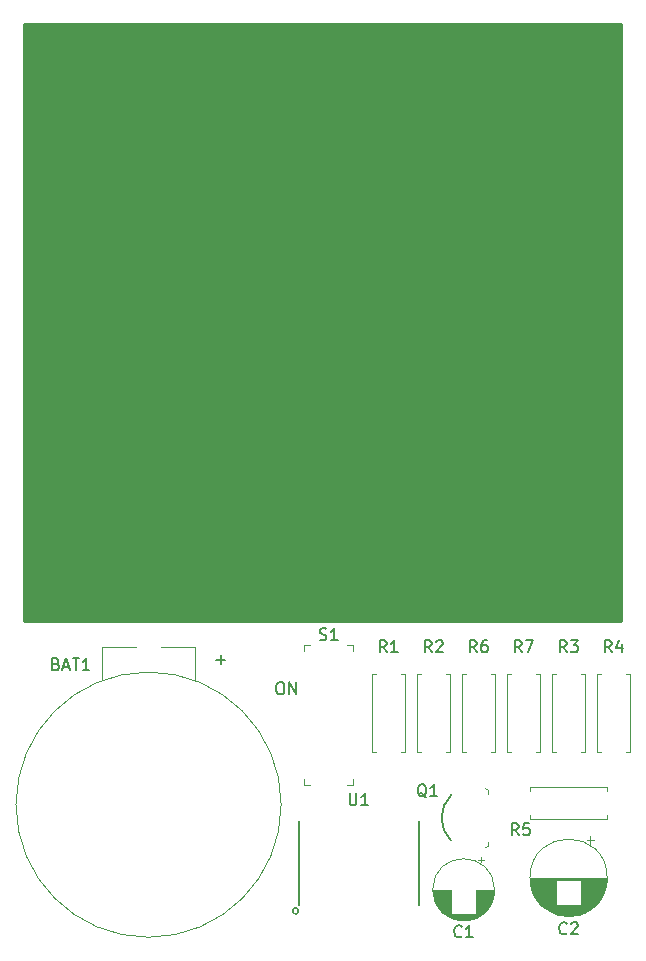
<source format=gto>
%TF.GenerationSoftware,KiCad,Pcbnew,(5.1.10)-1*%
%TF.CreationDate,2021-09-09T13:48:16-04:00*%
%TF.ProjectId,555_Badge,3535355f-4261-4646-9765-2e6b69636164,v01*%
%TF.SameCoordinates,Original*%
%TF.FileFunction,Legend,Top*%
%TF.FilePolarity,Positive*%
%FSLAX46Y46*%
G04 Gerber Fmt 4.6, Leading zero omitted, Abs format (unit mm)*
G04 Created by KiCad (PCBNEW (5.1.10)-1) date 2021-09-09 13:48:16*
%MOMM*%
%LPD*%
G01*
G04 APERTURE LIST*
%ADD10C,0.150000*%
%ADD11C,0.152400*%
%ADD12C,0.203200*%
%ADD13C,0.100000*%
%ADD14C,0.120000*%
%ADD15C,0.254000*%
G04 APERTURE END LIST*
D10*
X150256952Y-104100380D02*
X150447428Y-104100380D01*
X150542666Y-104148000D01*
X150637904Y-104243238D01*
X150685523Y-104433714D01*
X150685523Y-104767047D01*
X150637904Y-104957523D01*
X150542666Y-105052761D01*
X150447428Y-105100380D01*
X150256952Y-105100380D01*
X150161714Y-105052761D01*
X150066476Y-104957523D01*
X150018857Y-104767047D01*
X150018857Y-104433714D01*
X150066476Y-104243238D01*
X150161714Y-104148000D01*
X150256952Y-104100380D01*
X151114095Y-105100380D02*
X151114095Y-104100380D01*
X151685523Y-105100380D01*
X151685523Y-104100380D01*
D11*
X144900952Y-102180571D02*
X145675047Y-102180571D01*
X145288000Y-102567619D02*
X145288000Y-101793523D01*
D12*
%TO.C,U1*%
X151892000Y-123444000D02*
G75*
G03*
X151892000Y-123444000I-254000J0D01*
G01*
X162052000Y-122936000D02*
X162052000Y-115824000D01*
X151892000Y-122936000D02*
X151892000Y-115824000D01*
D13*
%TO.C,BAT1*%
X150418800Y-114452400D02*
G75*
G03*
X150418800Y-114452400I-11226800J0D01*
G01*
X135280400Y-103886000D02*
X135280400Y-101142800D01*
X143103600Y-103886000D02*
X143103600Y-101142800D01*
X135280400Y-101142800D02*
X138125200Y-101142800D01*
X143103600Y-101142800D02*
X140258800Y-101142800D01*
D14*
%TO.C,C1*%
X167587000Y-119095225D02*
X167087000Y-119095225D01*
X167337000Y-118845225D02*
X167337000Y-119345225D01*
X166146000Y-124251000D02*
X165578000Y-124251000D01*
X166380000Y-124211000D02*
X165344000Y-124211000D01*
X166539000Y-124171000D02*
X165185000Y-124171000D01*
X166667000Y-124131000D02*
X165057000Y-124131000D01*
X166777000Y-124091000D02*
X164947000Y-124091000D01*
X166873000Y-124051000D02*
X164851000Y-124051000D01*
X166960000Y-124011000D02*
X164764000Y-124011000D01*
X167040000Y-123971000D02*
X164684000Y-123971000D01*
X167113000Y-123931000D02*
X164611000Y-123931000D01*
X167181000Y-123891000D02*
X164543000Y-123891000D01*
X167245000Y-123851000D02*
X164479000Y-123851000D01*
X167305000Y-123811000D02*
X164419000Y-123811000D01*
X167362000Y-123771000D02*
X164362000Y-123771000D01*
X167416000Y-123731000D02*
X164308000Y-123731000D01*
X167467000Y-123691000D02*
X164257000Y-123691000D01*
X164822000Y-123651000D02*
X164209000Y-123651000D01*
X167515000Y-123651000D02*
X166902000Y-123651000D01*
X164822000Y-123611000D02*
X164163000Y-123611000D01*
X167561000Y-123611000D02*
X166902000Y-123611000D01*
X164822000Y-123571000D02*
X164119000Y-123571000D01*
X167605000Y-123571000D02*
X166902000Y-123571000D01*
X164822000Y-123531000D02*
X164077000Y-123531000D01*
X167647000Y-123531000D02*
X166902000Y-123531000D01*
X164822000Y-123491000D02*
X164036000Y-123491000D01*
X167688000Y-123491000D02*
X166902000Y-123491000D01*
X164822000Y-123451000D02*
X163998000Y-123451000D01*
X167726000Y-123451000D02*
X166902000Y-123451000D01*
X164822000Y-123411000D02*
X163961000Y-123411000D01*
X167763000Y-123411000D02*
X166902000Y-123411000D01*
X164822000Y-123371000D02*
X163925000Y-123371000D01*
X167799000Y-123371000D02*
X166902000Y-123371000D01*
X164822000Y-123331000D02*
X163891000Y-123331000D01*
X167833000Y-123331000D02*
X166902000Y-123331000D01*
X164822000Y-123291000D02*
X163858000Y-123291000D01*
X167866000Y-123291000D02*
X166902000Y-123291000D01*
X164822000Y-123251000D02*
X163827000Y-123251000D01*
X167897000Y-123251000D02*
X166902000Y-123251000D01*
X164822000Y-123211000D02*
X163797000Y-123211000D01*
X167927000Y-123211000D02*
X166902000Y-123211000D01*
X164822000Y-123171000D02*
X163767000Y-123171000D01*
X167957000Y-123171000D02*
X166902000Y-123171000D01*
X164822000Y-123131000D02*
X163740000Y-123131000D01*
X167984000Y-123131000D02*
X166902000Y-123131000D01*
X164822000Y-123091000D02*
X163713000Y-123091000D01*
X168011000Y-123091000D02*
X166902000Y-123091000D01*
X164822000Y-123051000D02*
X163687000Y-123051000D01*
X168037000Y-123051000D02*
X166902000Y-123051000D01*
X164822000Y-123011000D02*
X163662000Y-123011000D01*
X168062000Y-123011000D02*
X166902000Y-123011000D01*
X164822000Y-122971000D02*
X163638000Y-122971000D01*
X168086000Y-122971000D02*
X166902000Y-122971000D01*
X164822000Y-122931000D02*
X163615000Y-122931000D01*
X168109000Y-122931000D02*
X166902000Y-122931000D01*
X164822000Y-122891000D02*
X163594000Y-122891000D01*
X168130000Y-122891000D02*
X166902000Y-122891000D01*
X164822000Y-122851000D02*
X163572000Y-122851000D01*
X168152000Y-122851000D02*
X166902000Y-122851000D01*
X164822000Y-122811000D02*
X163552000Y-122811000D01*
X168172000Y-122811000D02*
X166902000Y-122811000D01*
X164822000Y-122771000D02*
X163533000Y-122771000D01*
X168191000Y-122771000D02*
X166902000Y-122771000D01*
X164822000Y-122731000D02*
X163514000Y-122731000D01*
X168210000Y-122731000D02*
X166902000Y-122731000D01*
X164822000Y-122691000D02*
X163497000Y-122691000D01*
X168227000Y-122691000D02*
X166902000Y-122691000D01*
X164822000Y-122651000D02*
X163480000Y-122651000D01*
X168244000Y-122651000D02*
X166902000Y-122651000D01*
X164822000Y-122611000D02*
X163464000Y-122611000D01*
X168260000Y-122611000D02*
X166902000Y-122611000D01*
X164822000Y-122571000D02*
X163448000Y-122571000D01*
X168276000Y-122571000D02*
X166902000Y-122571000D01*
X164822000Y-122531000D02*
X163434000Y-122531000D01*
X168290000Y-122531000D02*
X166902000Y-122531000D01*
X164822000Y-122491000D02*
X163420000Y-122491000D01*
X168304000Y-122491000D02*
X166902000Y-122491000D01*
X164822000Y-122451000D02*
X163407000Y-122451000D01*
X168317000Y-122451000D02*
X166902000Y-122451000D01*
X164822000Y-122411000D02*
X163394000Y-122411000D01*
X168330000Y-122411000D02*
X166902000Y-122411000D01*
X164822000Y-122371000D02*
X163382000Y-122371000D01*
X168342000Y-122371000D02*
X166902000Y-122371000D01*
X164822000Y-122330000D02*
X163371000Y-122330000D01*
X168353000Y-122330000D02*
X166902000Y-122330000D01*
X164822000Y-122290000D02*
X163361000Y-122290000D01*
X168363000Y-122290000D02*
X166902000Y-122290000D01*
X164822000Y-122250000D02*
X163351000Y-122250000D01*
X168373000Y-122250000D02*
X166902000Y-122250000D01*
X164822000Y-122210000D02*
X163342000Y-122210000D01*
X168382000Y-122210000D02*
X166902000Y-122210000D01*
X164822000Y-122170000D02*
X163334000Y-122170000D01*
X168390000Y-122170000D02*
X166902000Y-122170000D01*
X164822000Y-122130000D02*
X163326000Y-122130000D01*
X168398000Y-122130000D02*
X166902000Y-122130000D01*
X164822000Y-122090000D02*
X163319000Y-122090000D01*
X168405000Y-122090000D02*
X166902000Y-122090000D01*
X164822000Y-122050000D02*
X163312000Y-122050000D01*
X168412000Y-122050000D02*
X166902000Y-122050000D01*
X164822000Y-122010000D02*
X163306000Y-122010000D01*
X168418000Y-122010000D02*
X166902000Y-122010000D01*
X164822000Y-121970000D02*
X163301000Y-121970000D01*
X168423000Y-121970000D02*
X166902000Y-121970000D01*
X164822000Y-121930000D02*
X163297000Y-121930000D01*
X168427000Y-121930000D02*
X166902000Y-121930000D01*
X164822000Y-121890000D02*
X163293000Y-121890000D01*
X168431000Y-121890000D02*
X166902000Y-121890000D01*
X164822000Y-121850000D02*
X163289000Y-121850000D01*
X168435000Y-121850000D02*
X166902000Y-121850000D01*
X164822000Y-121810000D02*
X163286000Y-121810000D01*
X168438000Y-121810000D02*
X166902000Y-121810000D01*
X164822000Y-121770000D02*
X163284000Y-121770000D01*
X168440000Y-121770000D02*
X166902000Y-121770000D01*
X164822000Y-121730000D02*
X163283000Y-121730000D01*
X168441000Y-121730000D02*
X166902000Y-121730000D01*
X168442000Y-121690000D02*
X166902000Y-121690000D01*
X164822000Y-121690000D02*
X163282000Y-121690000D01*
X168442000Y-121650000D02*
X166902000Y-121650000D01*
X164822000Y-121650000D02*
X163282000Y-121650000D01*
X168482000Y-121650000D02*
G75*
G03*
X168482000Y-121650000I-2620000J0D01*
G01*
%TO.C,C2*%
X176906000Y-117444759D02*
X176276000Y-117444759D01*
X176591000Y-117129759D02*
X176591000Y-117759759D01*
X175154000Y-123871000D02*
X174350000Y-123871000D01*
X175385000Y-123831000D02*
X174119000Y-123831000D01*
X175554000Y-123791000D02*
X173950000Y-123791000D01*
X175692000Y-123751000D02*
X173812000Y-123751000D01*
X175811000Y-123711000D02*
X173693000Y-123711000D01*
X175917000Y-123671000D02*
X173587000Y-123671000D01*
X176014000Y-123631000D02*
X173490000Y-123631000D01*
X176102000Y-123591000D02*
X173402000Y-123591000D01*
X176184000Y-123551000D02*
X173320000Y-123551000D01*
X176261000Y-123511000D02*
X173243000Y-123511000D01*
X176333000Y-123471000D02*
X173171000Y-123471000D01*
X176402000Y-123431000D02*
X173102000Y-123431000D01*
X176466000Y-123391000D02*
X173038000Y-123391000D01*
X176528000Y-123351000D02*
X172976000Y-123351000D01*
X176586000Y-123311000D02*
X172918000Y-123311000D01*
X176642000Y-123271000D02*
X172862000Y-123271000D01*
X176696000Y-123231000D02*
X172808000Y-123231000D01*
X176747000Y-123191000D02*
X172757000Y-123191000D01*
X176796000Y-123151000D02*
X172708000Y-123151000D01*
X176844000Y-123111000D02*
X172660000Y-123111000D01*
X176889000Y-123071000D02*
X172615000Y-123071000D01*
X176934000Y-123031000D02*
X172570000Y-123031000D01*
X176976000Y-122991000D02*
X172528000Y-122991000D01*
X177017000Y-122951000D02*
X172487000Y-122951000D01*
X173712000Y-122911000D02*
X172447000Y-122911000D01*
X177057000Y-122911000D02*
X175792000Y-122911000D01*
X173712000Y-122871000D02*
X172409000Y-122871000D01*
X177095000Y-122871000D02*
X175792000Y-122871000D01*
X173712000Y-122831000D02*
X172372000Y-122831000D01*
X177132000Y-122831000D02*
X175792000Y-122831000D01*
X173712000Y-122791000D02*
X172336000Y-122791000D01*
X177168000Y-122791000D02*
X175792000Y-122791000D01*
X173712000Y-122751000D02*
X172302000Y-122751000D01*
X177202000Y-122751000D02*
X175792000Y-122751000D01*
X173712000Y-122711000D02*
X172268000Y-122711000D01*
X177236000Y-122711000D02*
X175792000Y-122711000D01*
X173712000Y-122671000D02*
X172236000Y-122671000D01*
X177268000Y-122671000D02*
X175792000Y-122671000D01*
X173712000Y-122631000D02*
X172204000Y-122631000D01*
X177300000Y-122631000D02*
X175792000Y-122631000D01*
X173712000Y-122591000D02*
X172174000Y-122591000D01*
X177330000Y-122591000D02*
X175792000Y-122591000D01*
X173712000Y-122551000D02*
X172145000Y-122551000D01*
X177359000Y-122551000D02*
X175792000Y-122551000D01*
X173712000Y-122511000D02*
X172116000Y-122511000D01*
X177388000Y-122511000D02*
X175792000Y-122511000D01*
X173712000Y-122471000D02*
X172088000Y-122471000D01*
X177416000Y-122471000D02*
X175792000Y-122471000D01*
X173712000Y-122431000D02*
X172062000Y-122431000D01*
X177442000Y-122431000D02*
X175792000Y-122431000D01*
X173712000Y-122391000D02*
X172036000Y-122391000D01*
X177468000Y-122391000D02*
X175792000Y-122391000D01*
X173712000Y-122351000D02*
X172010000Y-122351000D01*
X177494000Y-122351000D02*
X175792000Y-122351000D01*
X173712000Y-122311000D02*
X171986000Y-122311000D01*
X177518000Y-122311000D02*
X175792000Y-122311000D01*
X173712000Y-122271000D02*
X171962000Y-122271000D01*
X177542000Y-122271000D02*
X175792000Y-122271000D01*
X173712000Y-122231000D02*
X171940000Y-122231000D01*
X177564000Y-122231000D02*
X175792000Y-122231000D01*
X173712000Y-122191000D02*
X171918000Y-122191000D01*
X177586000Y-122191000D02*
X175792000Y-122191000D01*
X173712000Y-122151000D02*
X171896000Y-122151000D01*
X177608000Y-122151000D02*
X175792000Y-122151000D01*
X173712000Y-122111000D02*
X171876000Y-122111000D01*
X177628000Y-122111000D02*
X175792000Y-122111000D01*
X173712000Y-122071000D02*
X171856000Y-122071000D01*
X177648000Y-122071000D02*
X175792000Y-122071000D01*
X173712000Y-122031000D02*
X171836000Y-122031000D01*
X177668000Y-122031000D02*
X175792000Y-122031000D01*
X173712000Y-121991000D02*
X171818000Y-121991000D01*
X177686000Y-121991000D02*
X175792000Y-121991000D01*
X173712000Y-121951000D02*
X171800000Y-121951000D01*
X177704000Y-121951000D02*
X175792000Y-121951000D01*
X173712000Y-121911000D02*
X171782000Y-121911000D01*
X177722000Y-121911000D02*
X175792000Y-121911000D01*
X173712000Y-121871000D02*
X171766000Y-121871000D01*
X177738000Y-121871000D02*
X175792000Y-121871000D01*
X173712000Y-121831000D02*
X171750000Y-121831000D01*
X177754000Y-121831000D02*
X175792000Y-121831000D01*
X173712000Y-121791000D02*
X171734000Y-121791000D01*
X177770000Y-121791000D02*
X175792000Y-121791000D01*
X173712000Y-121751000D02*
X171719000Y-121751000D01*
X177785000Y-121751000D02*
X175792000Y-121751000D01*
X173712000Y-121711000D02*
X171705000Y-121711000D01*
X177799000Y-121711000D02*
X175792000Y-121711000D01*
X173712000Y-121671000D02*
X171691000Y-121671000D01*
X177813000Y-121671000D02*
X175792000Y-121671000D01*
X173712000Y-121631000D02*
X171678000Y-121631000D01*
X177826000Y-121631000D02*
X175792000Y-121631000D01*
X173712000Y-121591000D02*
X171666000Y-121591000D01*
X177838000Y-121591000D02*
X175792000Y-121591000D01*
X173712000Y-121551000D02*
X171654000Y-121551000D01*
X177850000Y-121551000D02*
X175792000Y-121551000D01*
X173712000Y-121511000D02*
X171642000Y-121511000D01*
X177862000Y-121511000D02*
X175792000Y-121511000D01*
X173712000Y-121471000D02*
X171631000Y-121471000D01*
X177873000Y-121471000D02*
X175792000Y-121471000D01*
X173712000Y-121431000D02*
X171621000Y-121431000D01*
X177883000Y-121431000D02*
X175792000Y-121431000D01*
X173712000Y-121391000D02*
X171611000Y-121391000D01*
X177893000Y-121391000D02*
X175792000Y-121391000D01*
X173712000Y-121351000D02*
X171602000Y-121351000D01*
X177902000Y-121351000D02*
X175792000Y-121351000D01*
X173712000Y-121310000D02*
X171593000Y-121310000D01*
X177911000Y-121310000D02*
X175792000Y-121310000D01*
X173712000Y-121270000D02*
X171585000Y-121270000D01*
X177919000Y-121270000D02*
X175792000Y-121270000D01*
X173712000Y-121230000D02*
X171577000Y-121230000D01*
X177927000Y-121230000D02*
X175792000Y-121230000D01*
X173712000Y-121190000D02*
X171570000Y-121190000D01*
X177934000Y-121190000D02*
X175792000Y-121190000D01*
X173712000Y-121150000D02*
X171563000Y-121150000D01*
X177941000Y-121150000D02*
X175792000Y-121150000D01*
X173712000Y-121110000D02*
X171557000Y-121110000D01*
X177947000Y-121110000D02*
X175792000Y-121110000D01*
X173712000Y-121070000D02*
X171551000Y-121070000D01*
X177953000Y-121070000D02*
X175792000Y-121070000D01*
X173712000Y-121030000D02*
X171546000Y-121030000D01*
X177958000Y-121030000D02*
X175792000Y-121030000D01*
X173712000Y-120990000D02*
X171541000Y-120990000D01*
X177963000Y-120990000D02*
X175792000Y-120990000D01*
X173712000Y-120950000D02*
X171537000Y-120950000D01*
X177967000Y-120950000D02*
X175792000Y-120950000D01*
X173712000Y-120910000D02*
X171534000Y-120910000D01*
X177970000Y-120910000D02*
X175792000Y-120910000D01*
X173712000Y-120870000D02*
X171530000Y-120870000D01*
X177974000Y-120870000D02*
X175792000Y-120870000D01*
X177976000Y-120830000D02*
X171528000Y-120830000D01*
X177979000Y-120790000D02*
X171525000Y-120790000D01*
X177980000Y-120750000D02*
X171524000Y-120750000D01*
X177982000Y-120710000D02*
X171522000Y-120710000D01*
X177982000Y-120670000D02*
X171522000Y-120670000D01*
X177982000Y-120630000D02*
X171522000Y-120630000D01*
X178022000Y-120630000D02*
G75*
G03*
X178022000Y-120630000I-3270000J0D01*
G01*
%TO.C,D1*%
X148654000Y-75220000D02*
X148810000Y-75220000D01*
X146338000Y-75220000D02*
X146494000Y-75220000D01*
X146495392Y-71987665D02*
G75*
G03*
X146338484Y-75220000I1078608J-1672335D01*
G01*
X148652608Y-71987665D02*
G75*
G02*
X148809516Y-75220000I-1078608J-1672335D01*
G01*
X146494163Y-72618870D02*
G75*
G03*
X146494000Y-74700961I1079837J-1041130D01*
G01*
X148653837Y-72618870D02*
G75*
G02*
X148654000Y-74700961I-1079837J-1041130D01*
G01*
%TO.C,D2*%
X159038000Y-75220000D02*
X159194000Y-75220000D01*
X161354000Y-75220000D02*
X161510000Y-75220000D01*
X161353837Y-72618870D02*
G75*
G02*
X161354000Y-74700961I-1079837J-1041130D01*
G01*
X159194163Y-72618870D02*
G75*
G03*
X159194000Y-74700961I1079837J-1041130D01*
G01*
X161352608Y-71987665D02*
G75*
G02*
X161509516Y-75220000I-1078608J-1672335D01*
G01*
X159195392Y-71987665D02*
G75*
G03*
X159038484Y-75220000I1078608J-1672335D01*
G01*
D13*
%TO.C,Q1*%
X167970000Y-117920000D02*
X167670000Y-118070000D01*
X167970000Y-117620000D02*
X167970000Y-117920000D01*
X167970000Y-113220000D02*
X167970000Y-113520000D01*
X167970000Y-113220000D02*
X167670000Y-113070000D01*
D10*
X164820000Y-113620000D02*
G75*
G03*
X164770000Y-117470000I1900000J-1950000D01*
G01*
D14*
%TO.C,R1*%
X158142000Y-109950000D02*
X158472000Y-109950000D01*
X158142000Y-103410000D02*
X158142000Y-109950000D01*
X158472000Y-103410000D02*
X158142000Y-103410000D01*
X160882000Y-109950000D02*
X160552000Y-109950000D01*
X160882000Y-103410000D02*
X160882000Y-109950000D01*
X160552000Y-103410000D02*
X160882000Y-103410000D01*
%TO.C,R2*%
X162282000Y-109950000D02*
X161952000Y-109950000D01*
X161952000Y-109950000D02*
X161952000Y-103410000D01*
X161952000Y-103410000D02*
X162282000Y-103410000D01*
X164362000Y-109950000D02*
X164692000Y-109950000D01*
X164692000Y-109950000D02*
X164692000Y-103410000D01*
X164692000Y-103410000D02*
X164362000Y-103410000D01*
%TO.C,R3*%
X176122000Y-103410000D02*
X175792000Y-103410000D01*
X176122000Y-109950000D02*
X176122000Y-103410000D01*
X175792000Y-109950000D02*
X176122000Y-109950000D01*
X173382000Y-103410000D02*
X173712000Y-103410000D01*
X173382000Y-109950000D02*
X173382000Y-103410000D01*
X173712000Y-109950000D02*
X173382000Y-109950000D01*
%TO.C,R4*%
X177192000Y-109950000D02*
X177522000Y-109950000D01*
X177192000Y-103410000D02*
X177192000Y-109950000D01*
X177522000Y-103410000D02*
X177192000Y-103410000D01*
X179932000Y-109950000D02*
X179602000Y-109950000D01*
X179932000Y-103410000D02*
X179932000Y-109950000D01*
X179602000Y-103410000D02*
X179932000Y-103410000D01*
%TO.C,R5*%
X171482000Y-113260000D02*
X171482000Y-112930000D01*
X171482000Y-112930000D02*
X178022000Y-112930000D01*
X178022000Y-112930000D02*
X178022000Y-113260000D01*
X171482000Y-115340000D02*
X171482000Y-115670000D01*
X171482000Y-115670000D02*
X178022000Y-115670000D01*
X178022000Y-115670000D02*
X178022000Y-115340000D01*
%TO.C,R6*%
X168502000Y-103410000D02*
X168172000Y-103410000D01*
X168502000Y-109950000D02*
X168502000Y-103410000D01*
X168172000Y-109950000D02*
X168502000Y-109950000D01*
X165762000Y-103410000D02*
X166092000Y-103410000D01*
X165762000Y-109950000D02*
X165762000Y-103410000D01*
X166092000Y-109950000D02*
X165762000Y-109950000D01*
%TO.C,R7*%
X169902000Y-109950000D02*
X169572000Y-109950000D01*
X169572000Y-109950000D02*
X169572000Y-103410000D01*
X169572000Y-103410000D02*
X169902000Y-103410000D01*
X171982000Y-109950000D02*
X172312000Y-109950000D01*
X172312000Y-109950000D02*
X172312000Y-103410000D01*
X172312000Y-103410000D02*
X171982000Y-103410000D01*
D13*
%TO.C,S1*%
X152332000Y-100920000D02*
X152332000Y-101420000D01*
X152332000Y-100920000D02*
X152832000Y-100920000D01*
X152332000Y-112820000D02*
X152832000Y-112820000D01*
X152332000Y-112820000D02*
X152332000Y-112320000D01*
X156532000Y-112820000D02*
X156032000Y-112820000D01*
X156532000Y-112820000D02*
X156532000Y-112320000D01*
X156532000Y-100920000D02*
X156032000Y-100920000D01*
X156532000Y-100920000D02*
X156532000Y-101420000D01*
%TO.C,U1*%
D10*
X156210095Y-113498380D02*
X156210095Y-114307904D01*
X156257714Y-114403142D01*
X156305333Y-114450761D01*
X156400571Y-114498380D01*
X156591047Y-114498380D01*
X156686285Y-114450761D01*
X156733904Y-114403142D01*
X156781523Y-114307904D01*
X156781523Y-113498380D01*
X157781523Y-114498380D02*
X157210095Y-114498380D01*
X157495809Y-114498380D02*
X157495809Y-113498380D01*
X157400571Y-113641238D01*
X157305333Y-113736476D01*
X157210095Y-113784095D01*
%TO.C,BAT1*%
X131373714Y-102544571D02*
X131516571Y-102592190D01*
X131564190Y-102639809D01*
X131611809Y-102735047D01*
X131611809Y-102877904D01*
X131564190Y-102973142D01*
X131516571Y-103020761D01*
X131421333Y-103068380D01*
X131040380Y-103068380D01*
X131040380Y-102068380D01*
X131373714Y-102068380D01*
X131468952Y-102116000D01*
X131516571Y-102163619D01*
X131564190Y-102258857D01*
X131564190Y-102354095D01*
X131516571Y-102449333D01*
X131468952Y-102496952D01*
X131373714Y-102544571D01*
X131040380Y-102544571D01*
X131992761Y-102782666D02*
X132468952Y-102782666D01*
X131897523Y-103068380D02*
X132230857Y-102068380D01*
X132564190Y-103068380D01*
X132754666Y-102068380D02*
X133326095Y-102068380D01*
X133040380Y-103068380D02*
X133040380Y-102068380D01*
X134183238Y-103068380D02*
X133611809Y-103068380D01*
X133897523Y-103068380D02*
X133897523Y-102068380D01*
X133802285Y-102211238D01*
X133707047Y-102306476D01*
X133611809Y-102354095D01*
%TO.C,C1*%
X165695333Y-125579142D02*
X165647714Y-125626761D01*
X165504857Y-125674380D01*
X165409619Y-125674380D01*
X165266761Y-125626761D01*
X165171523Y-125531523D01*
X165123904Y-125436285D01*
X165076285Y-125245809D01*
X165076285Y-125102952D01*
X165123904Y-124912476D01*
X165171523Y-124817238D01*
X165266761Y-124722000D01*
X165409619Y-124674380D01*
X165504857Y-124674380D01*
X165647714Y-124722000D01*
X165695333Y-124769619D01*
X166647714Y-125674380D02*
X166076285Y-125674380D01*
X166362000Y-125674380D02*
X166362000Y-124674380D01*
X166266761Y-124817238D01*
X166171523Y-124912476D01*
X166076285Y-124960095D01*
%TO.C,C2*%
X174585333Y-125325142D02*
X174537714Y-125372761D01*
X174394857Y-125420380D01*
X174299619Y-125420380D01*
X174156761Y-125372761D01*
X174061523Y-125277523D01*
X174013904Y-125182285D01*
X173966285Y-124991809D01*
X173966285Y-124848952D01*
X174013904Y-124658476D01*
X174061523Y-124563238D01*
X174156761Y-124468000D01*
X174299619Y-124420380D01*
X174394857Y-124420380D01*
X174537714Y-124468000D01*
X174585333Y-124515619D01*
X174966285Y-124515619D02*
X175013904Y-124468000D01*
X175109142Y-124420380D01*
X175347238Y-124420380D01*
X175442476Y-124468000D01*
X175490095Y-124515619D01*
X175537714Y-124610857D01*
X175537714Y-124706095D01*
X175490095Y-124848952D01*
X174918666Y-125420380D01*
X175537714Y-125420380D01*
%TO.C,D1*%
X146835904Y-70810380D02*
X146835904Y-69810380D01*
X147074000Y-69810380D01*
X147216857Y-69858000D01*
X147312095Y-69953238D01*
X147359714Y-70048476D01*
X147407333Y-70238952D01*
X147407333Y-70381809D01*
X147359714Y-70572285D01*
X147312095Y-70667523D01*
X147216857Y-70762761D01*
X147074000Y-70810380D01*
X146835904Y-70810380D01*
X148359714Y-70810380D02*
X147788285Y-70810380D01*
X148074000Y-70810380D02*
X148074000Y-69810380D01*
X147978761Y-69953238D01*
X147883523Y-70048476D01*
X147788285Y-70096095D01*
%TO.C,D2*%
X159535904Y-70810380D02*
X159535904Y-69810380D01*
X159774000Y-69810380D01*
X159916857Y-69858000D01*
X160012095Y-69953238D01*
X160059714Y-70048476D01*
X160107333Y-70238952D01*
X160107333Y-70381809D01*
X160059714Y-70572285D01*
X160012095Y-70667523D01*
X159916857Y-70762761D01*
X159774000Y-70810380D01*
X159535904Y-70810380D01*
X160488285Y-69905619D02*
X160535904Y-69858000D01*
X160631142Y-69810380D01*
X160869238Y-69810380D01*
X160964476Y-69858000D01*
X161012095Y-69905619D01*
X161059714Y-70000857D01*
X161059714Y-70096095D01*
X161012095Y-70238952D01*
X160440666Y-70810380D01*
X161059714Y-70810380D01*
%TO.C,Q1*%
X162718761Y-113831619D02*
X162623523Y-113784000D01*
X162528285Y-113688761D01*
X162385428Y-113545904D01*
X162290190Y-113498285D01*
X162194952Y-113498285D01*
X162242571Y-113736380D02*
X162147333Y-113688761D01*
X162052095Y-113593523D01*
X162004476Y-113403047D01*
X162004476Y-113069714D01*
X162052095Y-112879238D01*
X162147333Y-112784000D01*
X162242571Y-112736380D01*
X162433047Y-112736380D01*
X162528285Y-112784000D01*
X162623523Y-112879238D01*
X162671142Y-113069714D01*
X162671142Y-113403047D01*
X162623523Y-113593523D01*
X162528285Y-113688761D01*
X162433047Y-113736380D01*
X162242571Y-113736380D01*
X163623523Y-113736380D02*
X163052095Y-113736380D01*
X163337809Y-113736380D02*
X163337809Y-112736380D01*
X163242571Y-112879238D01*
X163147333Y-112974476D01*
X163052095Y-113022095D01*
%TO.C,R1*%
X159345333Y-101544380D02*
X159012000Y-101068190D01*
X158773904Y-101544380D02*
X158773904Y-100544380D01*
X159154857Y-100544380D01*
X159250095Y-100592000D01*
X159297714Y-100639619D01*
X159345333Y-100734857D01*
X159345333Y-100877714D01*
X159297714Y-100972952D01*
X159250095Y-101020571D01*
X159154857Y-101068190D01*
X158773904Y-101068190D01*
X160297714Y-101544380D02*
X159726285Y-101544380D01*
X160012000Y-101544380D02*
X160012000Y-100544380D01*
X159916761Y-100687238D01*
X159821523Y-100782476D01*
X159726285Y-100830095D01*
%TO.C,R2*%
X163155333Y-101544380D02*
X162822000Y-101068190D01*
X162583904Y-101544380D02*
X162583904Y-100544380D01*
X162964857Y-100544380D01*
X163060095Y-100592000D01*
X163107714Y-100639619D01*
X163155333Y-100734857D01*
X163155333Y-100877714D01*
X163107714Y-100972952D01*
X163060095Y-101020571D01*
X162964857Y-101068190D01*
X162583904Y-101068190D01*
X163536285Y-100639619D02*
X163583904Y-100592000D01*
X163679142Y-100544380D01*
X163917238Y-100544380D01*
X164012476Y-100592000D01*
X164060095Y-100639619D01*
X164107714Y-100734857D01*
X164107714Y-100830095D01*
X164060095Y-100972952D01*
X163488666Y-101544380D01*
X164107714Y-101544380D01*
%TO.C,R3*%
X174585333Y-101544380D02*
X174252000Y-101068190D01*
X174013904Y-101544380D02*
X174013904Y-100544380D01*
X174394857Y-100544380D01*
X174490095Y-100592000D01*
X174537714Y-100639619D01*
X174585333Y-100734857D01*
X174585333Y-100877714D01*
X174537714Y-100972952D01*
X174490095Y-101020571D01*
X174394857Y-101068190D01*
X174013904Y-101068190D01*
X174918666Y-100544380D02*
X175537714Y-100544380D01*
X175204380Y-100925333D01*
X175347238Y-100925333D01*
X175442476Y-100972952D01*
X175490095Y-101020571D01*
X175537714Y-101115809D01*
X175537714Y-101353904D01*
X175490095Y-101449142D01*
X175442476Y-101496761D01*
X175347238Y-101544380D01*
X175061523Y-101544380D01*
X174966285Y-101496761D01*
X174918666Y-101449142D01*
%TO.C,R4*%
X178395333Y-101544380D02*
X178062000Y-101068190D01*
X177823904Y-101544380D02*
X177823904Y-100544380D01*
X178204857Y-100544380D01*
X178300095Y-100592000D01*
X178347714Y-100639619D01*
X178395333Y-100734857D01*
X178395333Y-100877714D01*
X178347714Y-100972952D01*
X178300095Y-101020571D01*
X178204857Y-101068190D01*
X177823904Y-101068190D01*
X179252476Y-100877714D02*
X179252476Y-101544380D01*
X179014380Y-100496761D02*
X178776285Y-101211047D01*
X179395333Y-101211047D01*
%TO.C,R5*%
X170521333Y-117038380D02*
X170188000Y-116562190D01*
X169949904Y-117038380D02*
X169949904Y-116038380D01*
X170330857Y-116038380D01*
X170426095Y-116086000D01*
X170473714Y-116133619D01*
X170521333Y-116228857D01*
X170521333Y-116371714D01*
X170473714Y-116466952D01*
X170426095Y-116514571D01*
X170330857Y-116562190D01*
X169949904Y-116562190D01*
X171426095Y-116038380D02*
X170949904Y-116038380D01*
X170902285Y-116514571D01*
X170949904Y-116466952D01*
X171045142Y-116419333D01*
X171283238Y-116419333D01*
X171378476Y-116466952D01*
X171426095Y-116514571D01*
X171473714Y-116609809D01*
X171473714Y-116847904D01*
X171426095Y-116943142D01*
X171378476Y-116990761D01*
X171283238Y-117038380D01*
X171045142Y-117038380D01*
X170949904Y-116990761D01*
X170902285Y-116943142D01*
%TO.C,R6*%
X166965333Y-101544380D02*
X166632000Y-101068190D01*
X166393904Y-101544380D02*
X166393904Y-100544380D01*
X166774857Y-100544380D01*
X166870095Y-100592000D01*
X166917714Y-100639619D01*
X166965333Y-100734857D01*
X166965333Y-100877714D01*
X166917714Y-100972952D01*
X166870095Y-101020571D01*
X166774857Y-101068190D01*
X166393904Y-101068190D01*
X167822476Y-100544380D02*
X167632000Y-100544380D01*
X167536761Y-100592000D01*
X167489142Y-100639619D01*
X167393904Y-100782476D01*
X167346285Y-100972952D01*
X167346285Y-101353904D01*
X167393904Y-101449142D01*
X167441523Y-101496761D01*
X167536761Y-101544380D01*
X167727238Y-101544380D01*
X167822476Y-101496761D01*
X167870095Y-101449142D01*
X167917714Y-101353904D01*
X167917714Y-101115809D01*
X167870095Y-101020571D01*
X167822476Y-100972952D01*
X167727238Y-100925333D01*
X167536761Y-100925333D01*
X167441523Y-100972952D01*
X167393904Y-101020571D01*
X167346285Y-101115809D01*
%TO.C,R7*%
X170775333Y-101544380D02*
X170442000Y-101068190D01*
X170203904Y-101544380D02*
X170203904Y-100544380D01*
X170584857Y-100544380D01*
X170680095Y-100592000D01*
X170727714Y-100639619D01*
X170775333Y-100734857D01*
X170775333Y-100877714D01*
X170727714Y-100972952D01*
X170680095Y-101020571D01*
X170584857Y-101068190D01*
X170203904Y-101068190D01*
X171108666Y-100544380D02*
X171775333Y-100544380D01*
X171346761Y-101544380D01*
%TO.C,S1*%
X153670095Y-100480761D02*
X153812952Y-100528380D01*
X154051047Y-100528380D01*
X154146285Y-100480761D01*
X154193904Y-100433142D01*
X154241523Y-100337904D01*
X154241523Y-100242666D01*
X154193904Y-100147428D01*
X154146285Y-100099809D01*
X154051047Y-100052190D01*
X153860571Y-100004571D01*
X153765333Y-99956952D01*
X153717714Y-99909333D01*
X153670095Y-99814095D01*
X153670095Y-99718857D01*
X153717714Y-99623619D01*
X153765333Y-99576000D01*
X153860571Y-99528380D01*
X154098666Y-99528380D01*
X154241523Y-99576000D01*
X155193904Y-100528380D02*
X154622476Y-100528380D01*
X154908190Y-100528380D02*
X154908190Y-99528380D01*
X154812952Y-99671238D01*
X154717714Y-99766476D01*
X154622476Y-99814095D01*
%TD*%
D15*
X179197000Y-98933000D02*
X128651000Y-98933000D01*
X128651000Y-48387000D01*
X179197000Y-48387000D01*
X179197000Y-98933000D01*
D13*
G36*
X179197000Y-98933000D02*
G01*
X128651000Y-98933000D01*
X128651000Y-48387000D01*
X179197000Y-48387000D01*
X179197000Y-98933000D01*
G37*
M02*

</source>
